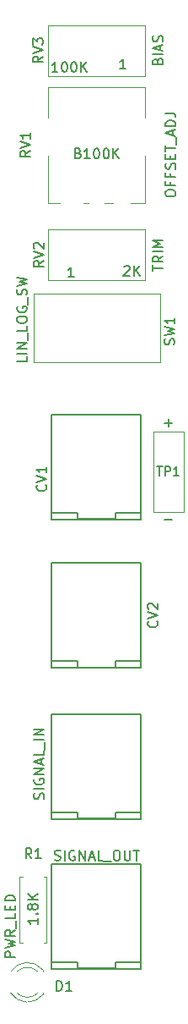
<source format=gto>
G04 #@! TF.GenerationSoftware,KiCad,Pcbnew,(5.1.5-0-10_14)*
G04 #@! TF.CreationDate,2020-10-10T15:47:02-04:00*
G04 #@! TF.ProjectId,AYOM - VCA Control Board,41594f4d-202d-4205-9643-4120436f6e74,1.1*
G04 #@! TF.SameCoordinates,Original*
G04 #@! TF.FileFunction,Legend,Top*
G04 #@! TF.FilePolarity,Positive*
%FSLAX46Y46*%
G04 Gerber Fmt 4.6, Leading zero omitted, Abs format (unit mm)*
G04 Created by KiCad (PCBNEW (5.1.5-0-10_14)) date 2020-10-10 15:47:02*
%MOMM*%
%LPD*%
G04 APERTURE LIST*
%ADD10C,0.150000*%
%ADD11C,0.120000*%
G04 APERTURE END LIST*
D10*
X92329047Y-94686428D02*
X93090952Y-94686428D01*
X92710000Y-95067380D02*
X92710000Y-94305476D01*
X92329047Y-104338428D02*
X93090952Y-104338428D01*
X83216714Y-80081380D02*
X82645285Y-80081380D01*
X82931000Y-80081380D02*
X82931000Y-79081380D01*
X82835761Y-79224238D01*
X82740523Y-79319476D01*
X82645285Y-79367095D01*
X88423714Y-59253380D02*
X87852285Y-59253380D01*
X88138000Y-59253380D02*
X88138000Y-58253380D01*
X88042761Y-58396238D01*
X87947523Y-58491476D01*
X87852285Y-58539095D01*
D11*
X80605000Y-80381000D02*
X80605000Y-75311000D01*
X90375000Y-80381000D02*
X90375000Y-75311000D01*
X90375000Y-75311000D02*
X80605000Y-75311000D01*
X90375000Y-80381000D02*
X80605000Y-80381000D01*
X80625000Y-54874000D02*
X90395000Y-54874000D01*
X80625000Y-59944000D02*
X90395000Y-59944000D01*
X80625000Y-54874000D02*
X80625000Y-59944000D01*
X90395000Y-54874000D02*
X90395000Y-59944000D01*
X90370000Y-61086000D02*
X80630000Y-61086000D01*
X90370000Y-72676000D02*
X88880000Y-72676000D01*
X90370000Y-64146000D02*
X90370000Y-61086000D01*
X80620000Y-72676000D02*
X80620000Y-67956000D01*
X80630000Y-64146000D02*
X80630000Y-61086000D01*
X90370000Y-72676000D02*
X90370000Y-67956000D01*
X81810000Y-72676000D02*
X80630000Y-72676000D01*
X84710000Y-72676000D02*
X84180000Y-72676000D01*
X87160000Y-72676000D02*
X86330000Y-72676000D01*
X91210000Y-103608000D02*
X94210000Y-103608000D01*
X94210000Y-95508000D02*
X91210000Y-95508000D01*
X91210000Y-103608000D02*
X91210000Y-95508000D01*
X94210000Y-95508000D02*
X94210000Y-103608000D01*
X91869000Y-81762600D02*
X91869000Y-88620600D01*
X91869000Y-88620600D02*
X79169000Y-88620600D01*
X79169000Y-88620600D02*
X79169000Y-81762600D01*
X79169000Y-81762600D02*
X91869000Y-81762600D01*
D10*
X81026000Y-103632000D02*
X83566000Y-103632000D01*
X83566000Y-103632000D02*
X83566000Y-104267000D01*
X83566000Y-104267000D02*
X87376000Y-104267000D01*
X87376000Y-104267000D02*
X87376000Y-103632000D01*
X87376000Y-103632000D02*
X89916000Y-103632000D01*
X89971000Y-93822000D02*
X89971000Y-104322000D01*
X80971000Y-93822000D02*
X80971000Y-104322000D01*
X80971000Y-104322000D02*
X89971000Y-104322000D01*
X80971000Y-93822000D02*
X89971000Y-93822000D01*
X81026000Y-118491000D02*
X83566000Y-118491000D01*
X83566000Y-118491000D02*
X83566000Y-119126000D01*
X83566000Y-119126000D02*
X87376000Y-119126000D01*
X87376000Y-119126000D02*
X87376000Y-118491000D01*
X87376000Y-118491000D02*
X89916000Y-118491000D01*
X89971000Y-108681000D02*
X89971000Y-119181000D01*
X80971000Y-108681000D02*
X80971000Y-119181000D01*
X80971000Y-119181000D02*
X89971000Y-119181000D01*
X80971000Y-108681000D02*
X89971000Y-108681000D01*
X81026000Y-133604000D02*
X83566000Y-133604000D01*
X83566000Y-133604000D02*
X83566000Y-134239000D01*
X83566000Y-134239000D02*
X87376000Y-134239000D01*
X87376000Y-134239000D02*
X87376000Y-133604000D01*
X87376000Y-133604000D02*
X89916000Y-133604000D01*
X89971000Y-123794000D02*
X89971000Y-134294000D01*
X80971000Y-123794000D02*
X80971000Y-134294000D01*
X80971000Y-134294000D02*
X89971000Y-134294000D01*
X80971000Y-123794000D02*
X89971000Y-123794000D01*
X81026000Y-148590000D02*
X83566000Y-148590000D01*
X83566000Y-148590000D02*
X83566000Y-149225000D01*
X83566000Y-149225000D02*
X87376000Y-149225000D01*
X87376000Y-149225000D02*
X87376000Y-148590000D01*
X87376000Y-148590000D02*
X89916000Y-148590000D01*
X89971000Y-138780000D02*
X89971000Y-149280000D01*
X80971000Y-138780000D02*
X80971000Y-149280000D01*
X80971000Y-149280000D02*
X89971000Y-149280000D01*
X80971000Y-138780000D02*
X89971000Y-138780000D01*
D11*
X76871665Y-151711608D02*
G75*
G03X80104000Y-151868516I1672335J1078608D01*
G01*
X76871665Y-149554392D02*
G75*
G02X80104000Y-149397484I1672335J-1078608D01*
G01*
X77502870Y-151712837D02*
G75*
G03X79584961Y-151713000I1041130J1079837D01*
G01*
X77502870Y-149553163D02*
G75*
G02X79584961Y-149553000I1041130J-1079837D01*
G01*
X80104000Y-151869000D02*
X80104000Y-151713000D01*
X80104000Y-149553000D02*
X80104000Y-149397000D01*
X78074000Y-146643000D02*
X77744000Y-146643000D01*
X77744000Y-146643000D02*
X77744000Y-140103000D01*
X77744000Y-140103000D02*
X78074000Y-140103000D01*
X80154000Y-146643000D02*
X80484000Y-146643000D01*
X80484000Y-146643000D02*
X80484000Y-140103000D01*
X80484000Y-140103000D02*
X80154000Y-140103000D01*
D10*
X80163880Y-78446238D02*
X79687690Y-78779571D01*
X80163880Y-79017666D02*
X79163880Y-79017666D01*
X79163880Y-78636714D01*
X79211500Y-78541476D01*
X79259119Y-78493857D01*
X79354357Y-78446238D01*
X79497214Y-78446238D01*
X79592452Y-78493857D01*
X79640071Y-78541476D01*
X79687690Y-78636714D01*
X79687690Y-79017666D01*
X79163880Y-78160523D02*
X80163880Y-77827190D01*
X79163880Y-77493857D01*
X79259119Y-77208142D02*
X79211500Y-77160523D01*
X79163880Y-77065285D01*
X79163880Y-76827190D01*
X79211500Y-76731952D01*
X79259119Y-76684333D01*
X79354357Y-76636714D01*
X79449595Y-76636714D01*
X79592452Y-76684333D01*
X80163880Y-77255761D01*
X80163880Y-76636714D01*
X91146380Y-79446238D02*
X91146380Y-78874809D01*
X92146380Y-79160523D02*
X91146380Y-79160523D01*
X92146380Y-77970047D02*
X91670190Y-78303380D01*
X92146380Y-78541476D02*
X91146380Y-78541476D01*
X91146380Y-78160523D01*
X91194000Y-78065285D01*
X91241619Y-78017666D01*
X91336857Y-77970047D01*
X91479714Y-77970047D01*
X91574952Y-78017666D01*
X91622571Y-78065285D01*
X91670190Y-78160523D01*
X91670190Y-78541476D01*
X92146380Y-77541476D02*
X91146380Y-77541476D01*
X92146380Y-77065285D02*
X91146380Y-77065285D01*
X91860666Y-76731952D01*
X91146380Y-76398619D01*
X92146380Y-76398619D01*
X88241285Y-79049619D02*
X88288904Y-79002000D01*
X88384142Y-78954380D01*
X88622238Y-78954380D01*
X88717476Y-79002000D01*
X88765095Y-79049619D01*
X88812714Y-79144857D01*
X88812714Y-79240095D01*
X88765095Y-79382952D01*
X88193666Y-79954380D01*
X88812714Y-79954380D01*
X89241285Y-79954380D02*
X89241285Y-78954380D01*
X89812714Y-79954380D02*
X89384142Y-79382952D01*
X89812714Y-78954380D02*
X89241285Y-79525809D01*
X80106780Y-57999238D02*
X79630590Y-58332571D01*
X80106780Y-58570666D02*
X79106780Y-58570666D01*
X79106780Y-58189714D01*
X79154400Y-58094476D01*
X79202019Y-58046857D01*
X79297257Y-57999238D01*
X79440114Y-57999238D01*
X79535352Y-58046857D01*
X79582971Y-58094476D01*
X79630590Y-58189714D01*
X79630590Y-58570666D01*
X79106780Y-57713523D02*
X80106780Y-57380190D01*
X79106780Y-57046857D01*
X79106780Y-56808761D02*
X79106780Y-56189714D01*
X79487733Y-56523047D01*
X79487733Y-56380190D01*
X79535352Y-56284952D01*
X79582971Y-56237333D01*
X79678209Y-56189714D01*
X79916304Y-56189714D01*
X80011542Y-56237333D01*
X80059161Y-56284952D01*
X80106780Y-56380190D01*
X80106780Y-56665904D01*
X80059161Y-56761142D01*
X80011542Y-56808761D01*
X91622571Y-58475428D02*
X91670190Y-58332571D01*
X91717809Y-58284952D01*
X91813047Y-58237333D01*
X91955904Y-58237333D01*
X92051142Y-58284952D01*
X92098761Y-58332571D01*
X92146380Y-58427809D01*
X92146380Y-58808761D01*
X91146380Y-58808761D01*
X91146380Y-58475428D01*
X91194000Y-58380190D01*
X91241619Y-58332571D01*
X91336857Y-58284952D01*
X91432095Y-58284952D01*
X91527333Y-58332571D01*
X91574952Y-58380190D01*
X91622571Y-58475428D01*
X91622571Y-58808761D01*
X92146380Y-57808761D02*
X91146380Y-57808761D01*
X91860666Y-57380190D02*
X91860666Y-56904000D01*
X92146380Y-57475428D02*
X91146380Y-57142095D01*
X92146380Y-56808761D01*
X92098761Y-56523047D02*
X92146380Y-56380190D01*
X92146380Y-56142095D01*
X92098761Y-56046857D01*
X92051142Y-55999238D01*
X91955904Y-55951619D01*
X91860666Y-55951619D01*
X91765428Y-55999238D01*
X91717809Y-56046857D01*
X91670190Y-56142095D01*
X91622571Y-56332571D01*
X91574952Y-56427809D01*
X91527333Y-56475428D01*
X91432095Y-56523047D01*
X91336857Y-56523047D01*
X91241619Y-56475428D01*
X91194000Y-56427809D01*
X91146380Y-56332571D01*
X91146380Y-56094476D01*
X91194000Y-55951619D01*
X81586533Y-59558180D02*
X81015104Y-59558180D01*
X81300819Y-59558180D02*
X81300819Y-58558180D01*
X81205580Y-58701038D01*
X81110342Y-58796276D01*
X81015104Y-58843895D01*
X82205580Y-58558180D02*
X82300819Y-58558180D01*
X82396057Y-58605800D01*
X82443676Y-58653419D01*
X82491295Y-58748657D01*
X82538914Y-58939133D01*
X82538914Y-59177228D01*
X82491295Y-59367704D01*
X82443676Y-59462942D01*
X82396057Y-59510561D01*
X82300819Y-59558180D01*
X82205580Y-59558180D01*
X82110342Y-59510561D01*
X82062723Y-59462942D01*
X82015104Y-59367704D01*
X81967485Y-59177228D01*
X81967485Y-58939133D01*
X82015104Y-58748657D01*
X82062723Y-58653419D01*
X82110342Y-58605800D01*
X82205580Y-58558180D01*
X83157961Y-58558180D02*
X83253200Y-58558180D01*
X83348438Y-58605800D01*
X83396057Y-58653419D01*
X83443676Y-58748657D01*
X83491295Y-58939133D01*
X83491295Y-59177228D01*
X83443676Y-59367704D01*
X83396057Y-59462942D01*
X83348438Y-59510561D01*
X83253200Y-59558180D01*
X83157961Y-59558180D01*
X83062723Y-59510561D01*
X83015104Y-59462942D01*
X82967485Y-59367704D01*
X82919866Y-59177228D01*
X82919866Y-58939133D01*
X82967485Y-58748657D01*
X83015104Y-58653419D01*
X83062723Y-58605800D01*
X83157961Y-58558180D01*
X83919866Y-59558180D02*
X83919866Y-58558180D01*
X84491295Y-59558180D02*
X84062723Y-58986752D01*
X84491295Y-58558180D02*
X83919866Y-59129609D01*
X78812380Y-67441238D02*
X78336190Y-67774571D01*
X78812380Y-68012666D02*
X77812380Y-68012666D01*
X77812380Y-67631714D01*
X77860000Y-67536476D01*
X77907619Y-67488857D01*
X78002857Y-67441238D01*
X78145714Y-67441238D01*
X78240952Y-67488857D01*
X78288571Y-67536476D01*
X78336190Y-67631714D01*
X78336190Y-68012666D01*
X77812380Y-67155523D02*
X78812380Y-66822190D01*
X77812380Y-66488857D01*
X78812380Y-65631714D02*
X78812380Y-66203142D01*
X78812380Y-65917428D02*
X77812380Y-65917428D01*
X77955238Y-66012666D01*
X78050476Y-66107904D01*
X78098095Y-66203142D01*
X92416380Y-71783381D02*
X92416380Y-71592905D01*
X92464000Y-71497667D01*
X92559238Y-71402429D01*
X92749714Y-71354810D01*
X93083047Y-71354810D01*
X93273523Y-71402429D01*
X93368761Y-71497667D01*
X93416380Y-71592905D01*
X93416380Y-71783381D01*
X93368761Y-71878620D01*
X93273523Y-71973858D01*
X93083047Y-72021477D01*
X92749714Y-72021477D01*
X92559238Y-71973858D01*
X92464000Y-71878620D01*
X92416380Y-71783381D01*
X92892571Y-70592905D02*
X92892571Y-70926239D01*
X93416380Y-70926239D02*
X92416380Y-70926239D01*
X92416380Y-70450048D01*
X92892571Y-69735762D02*
X92892571Y-70069096D01*
X93416380Y-70069096D02*
X92416380Y-70069096D01*
X92416380Y-69592905D01*
X93368761Y-69259572D02*
X93416380Y-69116715D01*
X93416380Y-68878620D01*
X93368761Y-68783381D01*
X93321142Y-68735762D01*
X93225904Y-68688143D01*
X93130666Y-68688143D01*
X93035428Y-68735762D01*
X92987809Y-68783381D01*
X92940190Y-68878620D01*
X92892571Y-69069096D01*
X92844952Y-69164334D01*
X92797333Y-69211953D01*
X92702095Y-69259572D01*
X92606857Y-69259572D01*
X92511619Y-69211953D01*
X92464000Y-69164334D01*
X92416380Y-69069096D01*
X92416380Y-68831001D01*
X92464000Y-68688143D01*
X92892571Y-68259572D02*
X92892571Y-67926239D01*
X93416380Y-67783381D02*
X93416380Y-68259572D01*
X92416380Y-68259572D01*
X92416380Y-67783381D01*
X92416380Y-67497667D02*
X92416380Y-66926239D01*
X93416380Y-67211953D02*
X92416380Y-67211953D01*
X93511619Y-66831001D02*
X93511619Y-66069096D01*
X93130666Y-65878620D02*
X93130666Y-65402429D01*
X93416380Y-65973858D02*
X92416380Y-65640524D01*
X93416380Y-65307191D01*
X93416380Y-64973858D02*
X92416380Y-64973858D01*
X92416380Y-64735762D01*
X92464000Y-64592905D01*
X92559238Y-64497667D01*
X92654476Y-64450048D01*
X92844952Y-64402429D01*
X92987809Y-64402429D01*
X93178285Y-64450048D01*
X93273523Y-64497667D01*
X93368761Y-64592905D01*
X93416380Y-64735762D01*
X93416380Y-64973858D01*
X92416380Y-63688143D02*
X93130666Y-63688143D01*
X93273523Y-63735762D01*
X93368761Y-63831001D01*
X93416380Y-63973858D01*
X93416380Y-64069096D01*
X83642857Y-67692071D02*
X83785714Y-67739690D01*
X83833333Y-67787309D01*
X83880952Y-67882547D01*
X83880952Y-68025404D01*
X83833333Y-68120642D01*
X83785714Y-68168261D01*
X83690476Y-68215880D01*
X83309523Y-68215880D01*
X83309523Y-67215880D01*
X83642857Y-67215880D01*
X83738095Y-67263500D01*
X83785714Y-67311119D01*
X83833333Y-67406357D01*
X83833333Y-67501595D01*
X83785714Y-67596833D01*
X83738095Y-67644452D01*
X83642857Y-67692071D01*
X83309523Y-67692071D01*
X84833333Y-68215880D02*
X84261904Y-68215880D01*
X84547619Y-68215880D02*
X84547619Y-67215880D01*
X84452380Y-67358738D01*
X84357142Y-67453976D01*
X84261904Y-67501595D01*
X85452380Y-67215880D02*
X85547619Y-67215880D01*
X85642857Y-67263500D01*
X85690476Y-67311119D01*
X85738095Y-67406357D01*
X85785714Y-67596833D01*
X85785714Y-67834928D01*
X85738095Y-68025404D01*
X85690476Y-68120642D01*
X85642857Y-68168261D01*
X85547619Y-68215880D01*
X85452380Y-68215880D01*
X85357142Y-68168261D01*
X85309523Y-68120642D01*
X85261904Y-68025404D01*
X85214285Y-67834928D01*
X85214285Y-67596833D01*
X85261904Y-67406357D01*
X85309523Y-67311119D01*
X85357142Y-67263500D01*
X85452380Y-67215880D01*
X86404761Y-67215880D02*
X86500000Y-67215880D01*
X86595238Y-67263500D01*
X86642857Y-67311119D01*
X86690476Y-67406357D01*
X86738095Y-67596833D01*
X86738095Y-67834928D01*
X86690476Y-68025404D01*
X86642857Y-68120642D01*
X86595238Y-68168261D01*
X86500000Y-68215880D01*
X86404761Y-68215880D01*
X86309523Y-68168261D01*
X86261904Y-68120642D01*
X86214285Y-68025404D01*
X86166666Y-67834928D01*
X86166666Y-67596833D01*
X86214285Y-67406357D01*
X86261904Y-67311119D01*
X86309523Y-67263500D01*
X86404761Y-67215880D01*
X87166666Y-68215880D02*
X87166666Y-67215880D01*
X87738095Y-68215880D02*
X87309523Y-67644452D01*
X87738095Y-67215880D02*
X87166666Y-67787309D01*
X91574285Y-99011642D02*
X92088571Y-99011642D01*
X91831428Y-99911642D02*
X91831428Y-99011642D01*
X92388571Y-99911642D02*
X92388571Y-99011642D01*
X92731428Y-99011642D01*
X92817142Y-99054500D01*
X92860000Y-99097357D01*
X92902857Y-99183071D01*
X92902857Y-99311642D01*
X92860000Y-99397357D01*
X92817142Y-99440214D01*
X92731428Y-99483071D01*
X92388571Y-99483071D01*
X93760000Y-99911642D02*
X93245714Y-99911642D01*
X93502857Y-99911642D02*
X93502857Y-99011642D01*
X93417142Y-99140214D01*
X93331428Y-99225928D01*
X93245714Y-99268785D01*
X93264361Y-86829733D02*
X93311980Y-86686876D01*
X93311980Y-86448780D01*
X93264361Y-86353542D01*
X93216742Y-86305923D01*
X93121504Y-86258304D01*
X93026266Y-86258304D01*
X92931028Y-86305923D01*
X92883409Y-86353542D01*
X92835790Y-86448780D01*
X92788171Y-86639257D01*
X92740552Y-86734495D01*
X92692933Y-86782114D01*
X92597695Y-86829733D01*
X92502457Y-86829733D01*
X92407219Y-86782114D01*
X92359600Y-86734495D01*
X92311980Y-86639257D01*
X92311980Y-86401161D01*
X92359600Y-86258304D01*
X92311980Y-85924971D02*
X93311980Y-85686876D01*
X92597695Y-85496400D01*
X93311980Y-85305923D01*
X92311980Y-85067828D01*
X93311980Y-84163066D02*
X93311980Y-84734495D01*
X93311980Y-84448780D02*
X92311980Y-84448780D01*
X92454838Y-84544019D01*
X92550076Y-84639257D01*
X92597695Y-84734495D01*
X78491080Y-88043715D02*
X78491080Y-88519905D01*
X77491080Y-88519905D01*
X78491080Y-87710381D02*
X77491080Y-87710381D01*
X78491080Y-87234191D02*
X77491080Y-87234191D01*
X78491080Y-86662762D01*
X77491080Y-86662762D01*
X78586319Y-86424667D02*
X78586319Y-85662762D01*
X78491080Y-84948477D02*
X78491080Y-85424667D01*
X77491080Y-85424667D01*
X77491080Y-84424667D02*
X77491080Y-84234191D01*
X77538700Y-84138953D01*
X77633938Y-84043715D01*
X77824414Y-83996096D01*
X78157747Y-83996096D01*
X78348223Y-84043715D01*
X78443461Y-84138953D01*
X78491080Y-84234191D01*
X78491080Y-84424667D01*
X78443461Y-84519905D01*
X78348223Y-84615143D01*
X78157747Y-84662762D01*
X77824414Y-84662762D01*
X77633938Y-84615143D01*
X77538700Y-84519905D01*
X77491080Y-84424667D01*
X77538700Y-83043715D02*
X77491080Y-83138953D01*
X77491080Y-83281810D01*
X77538700Y-83424667D01*
X77633938Y-83519905D01*
X77729176Y-83567524D01*
X77919652Y-83615143D01*
X78062509Y-83615143D01*
X78252985Y-83567524D01*
X78348223Y-83519905D01*
X78443461Y-83424667D01*
X78491080Y-83281810D01*
X78491080Y-83186572D01*
X78443461Y-83043715D01*
X78395842Y-82996096D01*
X78062509Y-82996096D01*
X78062509Y-83186572D01*
X78586319Y-82805619D02*
X78586319Y-82043715D01*
X78443461Y-81853239D02*
X78491080Y-81710381D01*
X78491080Y-81472286D01*
X78443461Y-81377048D01*
X78395842Y-81329429D01*
X78300604Y-81281810D01*
X78205366Y-81281810D01*
X78110128Y-81329429D01*
X78062509Y-81377048D01*
X78014890Y-81472286D01*
X77967271Y-81662762D01*
X77919652Y-81758000D01*
X77872033Y-81805619D01*
X77776795Y-81853239D01*
X77681557Y-81853239D01*
X77586319Y-81805619D01*
X77538700Y-81758000D01*
X77491080Y-81662762D01*
X77491080Y-81424667D01*
X77538700Y-81281810D01*
X77491080Y-80948477D02*
X78491080Y-80710381D01*
X77776795Y-80519905D01*
X78491080Y-80329429D01*
X77491080Y-80091334D01*
X80367142Y-100869737D02*
X80414761Y-100917356D01*
X80462380Y-101060213D01*
X80462380Y-101155451D01*
X80414761Y-101298308D01*
X80319523Y-101393546D01*
X80224285Y-101441165D01*
X80033809Y-101488784D01*
X79890952Y-101488784D01*
X79700476Y-101441165D01*
X79605238Y-101393546D01*
X79510000Y-101298308D01*
X79462380Y-101155451D01*
X79462380Y-101060213D01*
X79510000Y-100917356D01*
X79557619Y-100869737D01*
X79462380Y-100584022D02*
X80462380Y-100250689D01*
X79462380Y-99917356D01*
X80462380Y-99060213D02*
X80462380Y-99631641D01*
X80462380Y-99345927D02*
X79462380Y-99345927D01*
X79605238Y-99441165D01*
X79700476Y-99536403D01*
X79748095Y-99631641D01*
X91543142Y-114514238D02*
X91590761Y-114561857D01*
X91638380Y-114704714D01*
X91638380Y-114799952D01*
X91590761Y-114942809D01*
X91495523Y-115038047D01*
X91400285Y-115085666D01*
X91209809Y-115133285D01*
X91066952Y-115133285D01*
X90876476Y-115085666D01*
X90781238Y-115038047D01*
X90686000Y-114942809D01*
X90638380Y-114799952D01*
X90638380Y-114704714D01*
X90686000Y-114561857D01*
X90733619Y-114514238D01*
X90638380Y-114228523D02*
X91638380Y-113895190D01*
X90638380Y-113561857D01*
X90733619Y-113276142D02*
X90686000Y-113228523D01*
X90638380Y-113133285D01*
X90638380Y-112895190D01*
X90686000Y-112799952D01*
X90733619Y-112752333D01*
X90828857Y-112704714D01*
X90924095Y-112704714D01*
X91066952Y-112752333D01*
X91638380Y-113323761D01*
X91638380Y-112704714D01*
X80160761Y-132301809D02*
X80208380Y-132158952D01*
X80208380Y-131920857D01*
X80160761Y-131825619D01*
X80113142Y-131778000D01*
X80017904Y-131730380D01*
X79922666Y-131730380D01*
X79827428Y-131778000D01*
X79779809Y-131825619D01*
X79732190Y-131920857D01*
X79684571Y-132111333D01*
X79636952Y-132206571D01*
X79589333Y-132254190D01*
X79494095Y-132301809D01*
X79398857Y-132301809D01*
X79303619Y-132254190D01*
X79256000Y-132206571D01*
X79208380Y-132111333D01*
X79208380Y-131873238D01*
X79256000Y-131730380D01*
X80208380Y-131301809D02*
X79208380Y-131301809D01*
X79256000Y-130301809D02*
X79208380Y-130397047D01*
X79208380Y-130539904D01*
X79256000Y-130682761D01*
X79351238Y-130778000D01*
X79446476Y-130825619D01*
X79636952Y-130873238D01*
X79779809Y-130873238D01*
X79970285Y-130825619D01*
X80065523Y-130778000D01*
X80160761Y-130682761D01*
X80208380Y-130539904D01*
X80208380Y-130444666D01*
X80160761Y-130301809D01*
X80113142Y-130254190D01*
X79779809Y-130254190D01*
X79779809Y-130444666D01*
X80208380Y-129825619D02*
X79208380Y-129825619D01*
X80208380Y-129254190D01*
X79208380Y-129254190D01*
X79922666Y-128825619D02*
X79922666Y-128349428D01*
X80208380Y-128920857D02*
X79208380Y-128587523D01*
X80208380Y-128254190D01*
X80208380Y-127444666D02*
X80208380Y-127920857D01*
X79208380Y-127920857D01*
X80303619Y-127349428D02*
X80303619Y-126587523D01*
X80208380Y-126349428D02*
X79208380Y-126349428D01*
X80208380Y-125873238D02*
X79208380Y-125873238D01*
X80208380Y-125301809D01*
X79208380Y-125301809D01*
X81280523Y-138387761D02*
X81423380Y-138435380D01*
X81661476Y-138435380D01*
X81756714Y-138387761D01*
X81804333Y-138340142D01*
X81851952Y-138244904D01*
X81851952Y-138149666D01*
X81804333Y-138054428D01*
X81756714Y-138006809D01*
X81661476Y-137959190D01*
X81471000Y-137911571D01*
X81375761Y-137863952D01*
X81328142Y-137816333D01*
X81280523Y-137721095D01*
X81280523Y-137625857D01*
X81328142Y-137530619D01*
X81375761Y-137483000D01*
X81471000Y-137435380D01*
X81709095Y-137435380D01*
X81851952Y-137483000D01*
X82280523Y-138435380D02*
X82280523Y-137435380D01*
X83280523Y-137483000D02*
X83185285Y-137435380D01*
X83042428Y-137435380D01*
X82899571Y-137483000D01*
X82804333Y-137578238D01*
X82756714Y-137673476D01*
X82709095Y-137863952D01*
X82709095Y-138006809D01*
X82756714Y-138197285D01*
X82804333Y-138292523D01*
X82899571Y-138387761D01*
X83042428Y-138435380D01*
X83137666Y-138435380D01*
X83280523Y-138387761D01*
X83328142Y-138340142D01*
X83328142Y-138006809D01*
X83137666Y-138006809D01*
X83756714Y-138435380D02*
X83756714Y-137435380D01*
X84328142Y-138435380D01*
X84328142Y-137435380D01*
X84756714Y-138149666D02*
X85232904Y-138149666D01*
X84661476Y-138435380D02*
X84994809Y-137435380D01*
X85328142Y-138435380D01*
X86137666Y-138435380D02*
X85661476Y-138435380D01*
X85661476Y-137435380D01*
X86232904Y-138530619D02*
X86994809Y-138530619D01*
X87423380Y-137435380D02*
X87613857Y-137435380D01*
X87709095Y-137483000D01*
X87804333Y-137578238D01*
X87851952Y-137768714D01*
X87851952Y-138102047D01*
X87804333Y-138292523D01*
X87709095Y-138387761D01*
X87613857Y-138435380D01*
X87423380Y-138435380D01*
X87328142Y-138387761D01*
X87232904Y-138292523D01*
X87185285Y-138102047D01*
X87185285Y-137768714D01*
X87232904Y-137578238D01*
X87328142Y-137483000D01*
X87423380Y-137435380D01*
X88280523Y-137435380D02*
X88280523Y-138244904D01*
X88328142Y-138340142D01*
X88375761Y-138387761D01*
X88471000Y-138435380D01*
X88661476Y-138435380D01*
X88756714Y-138387761D01*
X88804333Y-138340142D01*
X88851952Y-138244904D01*
X88851952Y-137435380D01*
X89185285Y-137435380D02*
X89756714Y-137435380D01*
X89471000Y-138435380D02*
X89471000Y-137435380D01*
X81475904Y-151485380D02*
X81475904Y-150485380D01*
X81714000Y-150485380D01*
X81856857Y-150533000D01*
X81952095Y-150628238D01*
X81999714Y-150723476D01*
X82047333Y-150913952D01*
X82047333Y-151056809D01*
X81999714Y-151247285D01*
X81952095Y-151342523D01*
X81856857Y-151437761D01*
X81714000Y-151485380D01*
X81475904Y-151485380D01*
X82999714Y-151485380D02*
X82428285Y-151485380D01*
X82714000Y-151485380D02*
X82714000Y-150485380D01*
X82618761Y-150628238D01*
X82523523Y-150723476D01*
X82428285Y-150771095D01*
X77316380Y-148104428D02*
X76316380Y-148104428D01*
X76316380Y-147723476D01*
X76364000Y-147628238D01*
X76411619Y-147580619D01*
X76506857Y-147533000D01*
X76649714Y-147533000D01*
X76744952Y-147580619D01*
X76792571Y-147628238D01*
X76840190Y-147723476D01*
X76840190Y-148104428D01*
X76316380Y-147199666D02*
X77316380Y-146961571D01*
X76602095Y-146771095D01*
X77316380Y-146580619D01*
X76316380Y-146342523D01*
X77316380Y-145390142D02*
X76840190Y-145723476D01*
X77316380Y-145961571D02*
X76316380Y-145961571D01*
X76316380Y-145580619D01*
X76364000Y-145485380D01*
X76411619Y-145437761D01*
X76506857Y-145390142D01*
X76649714Y-145390142D01*
X76744952Y-145437761D01*
X76792571Y-145485380D01*
X76840190Y-145580619D01*
X76840190Y-145961571D01*
X77411619Y-145199666D02*
X77411619Y-144437761D01*
X77316380Y-143723476D02*
X77316380Y-144199666D01*
X76316380Y-144199666D01*
X76792571Y-143390142D02*
X76792571Y-143056809D01*
X77316380Y-142913952D02*
X77316380Y-143390142D01*
X76316380Y-143390142D01*
X76316380Y-142913952D01*
X77316380Y-142485380D02*
X76316380Y-142485380D01*
X76316380Y-142247285D01*
X76364000Y-142104428D01*
X76459238Y-142009190D01*
X76554476Y-141961571D01*
X76744952Y-141913952D01*
X76887809Y-141913952D01*
X77078285Y-141961571D01*
X77173523Y-142009190D01*
X77268761Y-142104428D01*
X77316380Y-142247285D01*
X77316380Y-142485380D01*
X78947333Y-138235380D02*
X78614000Y-137759190D01*
X78375904Y-138235380D02*
X78375904Y-137235380D01*
X78756857Y-137235380D01*
X78852095Y-137283000D01*
X78899714Y-137330619D01*
X78947333Y-137425857D01*
X78947333Y-137568714D01*
X78899714Y-137663952D01*
X78852095Y-137711571D01*
X78756857Y-137759190D01*
X78375904Y-137759190D01*
X79899714Y-138235380D02*
X79328285Y-138235380D01*
X79614000Y-138235380D02*
X79614000Y-137235380D01*
X79518761Y-137378238D01*
X79423523Y-137473476D01*
X79328285Y-137521095D01*
X79566380Y-144211571D02*
X79566380Y-144783000D01*
X79566380Y-144497285D02*
X78566380Y-144497285D01*
X78709238Y-144592523D01*
X78804476Y-144687761D01*
X78852095Y-144783000D01*
X79471142Y-143783000D02*
X79518761Y-143735380D01*
X79566380Y-143783000D01*
X79518761Y-143830619D01*
X79471142Y-143783000D01*
X79566380Y-143783000D01*
X78994952Y-143163952D02*
X78947333Y-143259190D01*
X78899714Y-143306809D01*
X78804476Y-143354428D01*
X78756857Y-143354428D01*
X78661619Y-143306809D01*
X78614000Y-143259190D01*
X78566380Y-143163952D01*
X78566380Y-142973476D01*
X78614000Y-142878238D01*
X78661619Y-142830619D01*
X78756857Y-142783000D01*
X78804476Y-142783000D01*
X78899714Y-142830619D01*
X78947333Y-142878238D01*
X78994952Y-142973476D01*
X78994952Y-143163952D01*
X79042571Y-143259190D01*
X79090190Y-143306809D01*
X79185428Y-143354428D01*
X79375904Y-143354428D01*
X79471142Y-143306809D01*
X79518761Y-143259190D01*
X79566380Y-143163952D01*
X79566380Y-142973476D01*
X79518761Y-142878238D01*
X79471142Y-142830619D01*
X79375904Y-142783000D01*
X79185428Y-142783000D01*
X79090190Y-142830619D01*
X79042571Y-142878238D01*
X78994952Y-142973476D01*
X79566380Y-142354428D02*
X78566380Y-142354428D01*
X79566380Y-141783000D02*
X78994952Y-142211571D01*
X78566380Y-141783000D02*
X79137809Y-142354428D01*
M02*

</source>
